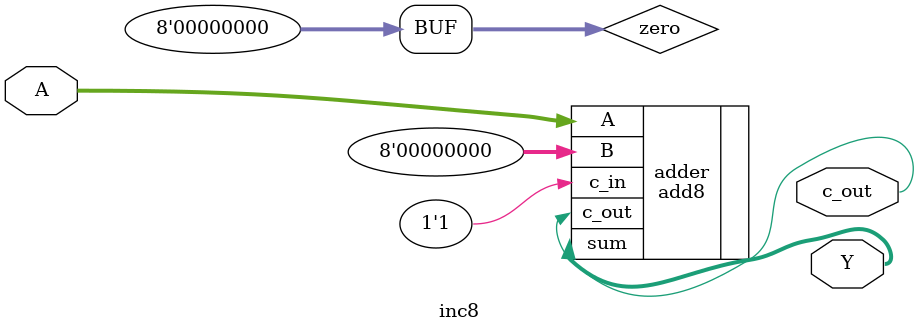
<source format=v>
`timescale 1ns/1ps

module inc8 (
    input  wire [7:0] A,
    output wire [7:0] Y,
    output wire       c_out
);

    wire [7:0] zero = 8'b00000000;

    add8 adder (
        .A(A),
        .B(zero),
        .c_in(1'b1),     // Add 1 to A
        .sum(Y),
        .c_out(c_out)
    );

endmodule

</source>
